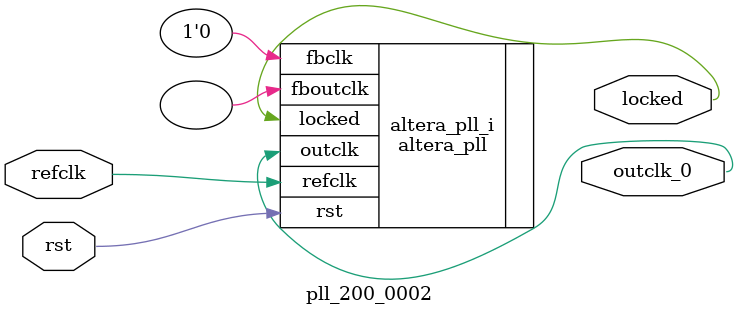
<source format=v>
`timescale 1ns/10ps
module  pll_200_0002(

	// interface 'refclk'
	input wire refclk,

	// interface 'reset'
	input wire rst,

	// interface 'outclk0'
	output wire outclk_0,

	// interface 'locked'
	output wire locked
);

	altera_pll #(
		.fractional_vco_multiplier("false"),
		.reference_clock_frequency("50.0 MHz"),
		.operation_mode("direct"),
		.number_of_clocks(1),
		.output_clock_frequency0("200.000000 MHz"),
		.phase_shift0("0 ps"),
		.duty_cycle0(50),
		.output_clock_frequency1("0 MHz"),
		.phase_shift1("0 ps"),
		.duty_cycle1(50),
		.output_clock_frequency2("0 MHz"),
		.phase_shift2("0 ps"),
		.duty_cycle2(50),
		.output_clock_frequency3("0 MHz"),
		.phase_shift3("0 ps"),
		.duty_cycle3(50),
		.output_clock_frequency4("0 MHz"),
		.phase_shift4("0 ps"),
		.duty_cycle4(50),
		.output_clock_frequency5("0 MHz"),
		.phase_shift5("0 ps"),
		.duty_cycle5(50),
		.output_clock_frequency6("0 MHz"),
		.phase_shift6("0 ps"),
		.duty_cycle6(50),
		.output_clock_frequency7("0 MHz"),
		.phase_shift7("0 ps"),
		.duty_cycle7(50),
		.output_clock_frequency8("0 MHz"),
		.phase_shift8("0 ps"),
		.duty_cycle8(50),
		.output_clock_frequency9("0 MHz"),
		.phase_shift9("0 ps"),
		.duty_cycle9(50),
		.output_clock_frequency10("0 MHz"),
		.phase_shift10("0 ps"),
		.duty_cycle10(50),
		.output_clock_frequency11("0 MHz"),
		.phase_shift11("0 ps"),
		.duty_cycle11(50),
		.output_clock_frequency12("0 MHz"),
		.phase_shift12("0 ps"),
		.duty_cycle12(50),
		.output_clock_frequency13("0 MHz"),
		.phase_shift13("0 ps"),
		.duty_cycle13(50),
		.output_clock_frequency14("0 MHz"),
		.phase_shift14("0 ps"),
		.duty_cycle14(50),
		.output_clock_frequency15("0 MHz"),
		.phase_shift15("0 ps"),
		.duty_cycle15(50),
		.output_clock_frequency16("0 MHz"),
		.phase_shift16("0 ps"),
		.duty_cycle16(50),
		.output_clock_frequency17("0 MHz"),
		.phase_shift17("0 ps"),
		.duty_cycle17(50),
		.pll_type("General"),
		.pll_subtype("General")
	) altera_pll_i (
		.rst	(rst),
		.outclk	({outclk_0}),
		.locked	(locked),
		.fboutclk	( ),
		.fbclk	(1'b0),
		.refclk	(refclk)
	);
endmodule


</source>
